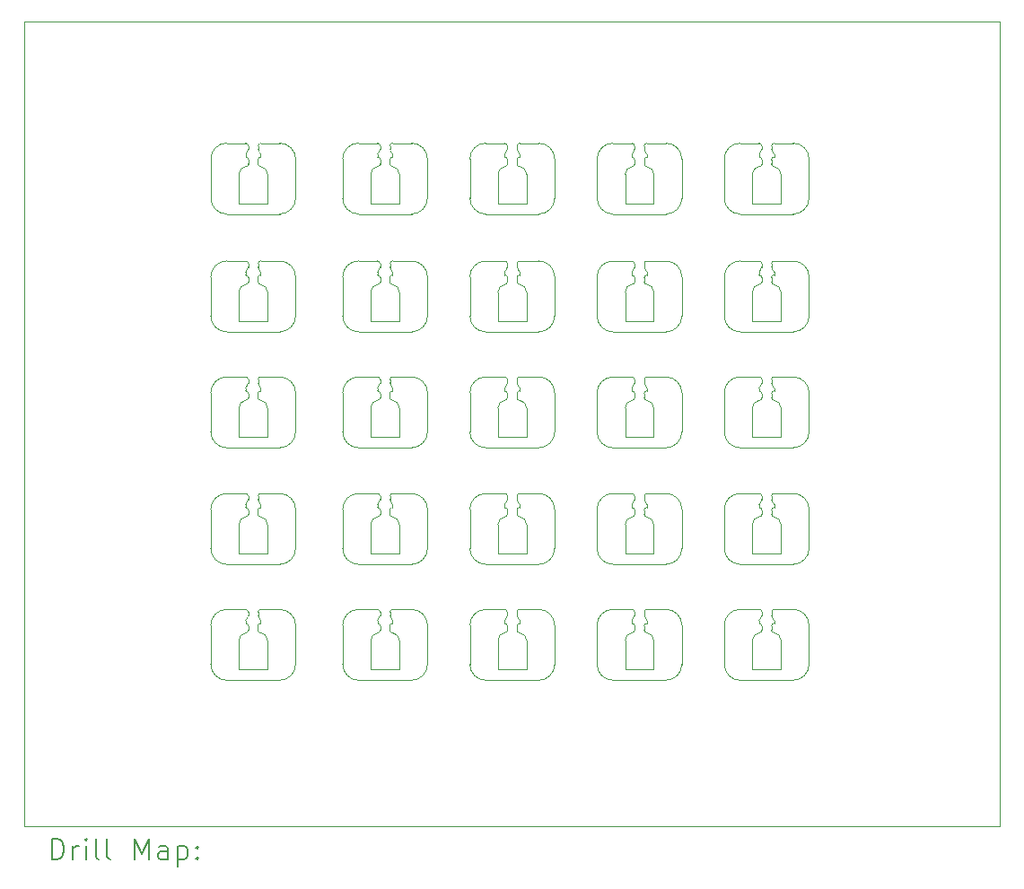
<source format=gbr>
%FSLAX45Y45*%
G04 Gerber Fmt 4.5, Leading zero omitted, Abs format (unit mm)*
G04 Created by KiCad (PCBNEW (6.0.0)) date 2022-01-23 05:48:25*
%MOMM*%
%LPD*%
G01*
G04 APERTURE LIST*
%TA.AperFunction,Profile*%
%ADD10C,0.050000*%
%TD*%
%ADD11C,0.200000*%
G04 APERTURE END LIST*
D10*
X18365000Y-6291848D02*
X18365000Y-6331508D01*
X18570000Y-6803934D02*
G75*
G03*
X18720000Y-6653934I0J150000D01*
G01*
X19460606Y-6221212D02*
G75*
G03*
X19473337Y-6193021I-17808J25012D01*
G01*
X18070000Y-6803934D02*
X18570000Y-6803934D01*
X20470000Y-6803934D02*
X20970000Y-6803934D01*
X19450355Y-6356152D02*
G75*
G03*
X19475000Y-6331508I0J24645D01*
G01*
X20790606Y-6240000D02*
G75*
G03*
X20778995Y-6221212I-21005J0D01*
G01*
X20673337Y-6160000D02*
G75*
G03*
X20648000Y-6135000I-25002J0D01*
G01*
X19770000Y-6803934D02*
G75*
G03*
X19920000Y-6653934I0J150000D01*
G01*
X17190606Y-6267203D02*
X17190606Y-6240000D01*
X20320000Y-6285000D02*
X20320000Y-6653934D01*
X18185000Y-6428726D02*
X18185000Y-6703934D01*
X18248000Y-6135000D02*
X18070000Y-6135000D01*
X17190606Y-6240000D02*
G75*
G03*
X17178995Y-6221212I-21005J0D01*
G01*
X18275000Y-6331508D02*
X18275000Y-6291848D01*
X19448000Y-6135000D02*
X19270000Y-6135000D01*
X20660606Y-6221212D02*
G75*
G03*
X20648995Y-6240000I9394J-18788D01*
G01*
X18273337Y-6193021D02*
X18273337Y-6160000D01*
X18365000Y-6331508D02*
G75*
G03*
X18389645Y-6356152I24645J0D01*
G01*
X20585000Y-6428726D02*
X20585000Y-6703934D01*
X19566265Y-6193021D02*
G75*
G03*
X19578995Y-6221212I30538J-3180D01*
G01*
X20675000Y-6291848D02*
G75*
G03*
X20648995Y-6267203I-24680J0D01*
G01*
X20855000Y-6703934D02*
X20855000Y-6428726D01*
X20792000Y-6135000D02*
G75*
G03*
X20766265Y-6160000I-1046J-24670D01*
G01*
X20470000Y-6135000D02*
G75*
G03*
X20320000Y-6285000I0J-150000D01*
G01*
X19565000Y-6291848D02*
X19565000Y-6331508D01*
X18250355Y-6356152D02*
G75*
G03*
X18275000Y-6331508I0J24645D01*
G01*
X19566265Y-6160000D02*
X19566265Y-6193021D01*
X20766265Y-6160000D02*
X20766265Y-6193021D01*
X18273337Y-6160000D02*
G75*
G03*
X18248000Y-6135000I-25002J0D01*
G01*
X20791005Y-6267203D02*
G75*
G03*
X20765000Y-6291848I-1325J-24645D01*
G01*
X20673337Y-6193021D02*
X20673337Y-6160000D01*
X20790606Y-6267203D02*
X20790606Y-6240000D01*
X20675000Y-6331508D02*
X20675000Y-6291848D01*
X19592000Y-6135000D02*
G75*
G03*
X19566265Y-6160000I-1046J-24670D01*
G01*
X21120000Y-6285000D02*
G75*
G03*
X20970000Y-6135000I-150000J0D01*
G01*
X19270000Y-6803934D02*
X19770000Y-6803934D01*
X19120000Y-6285000D02*
X19120000Y-6653934D01*
X20765000Y-6331508D02*
G75*
G03*
X20789645Y-6356152I24645J0D01*
G01*
X19475000Y-6291848D02*
G75*
G03*
X19448995Y-6267203I-24680J0D01*
G01*
X20650355Y-6356152D02*
G75*
G03*
X20585000Y-6428726I7617J-72573D01*
G01*
X19920000Y-6285000D02*
G75*
G03*
X19770000Y-6135000I-150000J0D01*
G01*
X20970000Y-6803934D02*
G75*
G03*
X21120000Y-6653934I0J150000D01*
G01*
X19460606Y-6221212D02*
G75*
G03*
X19448995Y-6240000I9394J-18788D01*
G01*
X19450355Y-6356152D02*
G75*
G03*
X19385000Y-6428726I7617J-72573D01*
G01*
X18390606Y-6267203D02*
X18390606Y-6240000D01*
X18390606Y-6240000D02*
G75*
G03*
X18378995Y-6221212I-21005J0D01*
G01*
X19270000Y-6135000D02*
G75*
G03*
X19120000Y-6285000I0J-150000D01*
G01*
X18260606Y-6221212D02*
G75*
G03*
X18248995Y-6240000I9394J-18788D01*
G01*
X18455000Y-6703934D02*
X18455000Y-6428726D01*
X17050355Y-6356152D02*
G75*
G03*
X16985000Y-6428726I7617J-72573D01*
G01*
X18070000Y-6135000D02*
G75*
G03*
X17920000Y-6285000I0J-150000D01*
G01*
X19475000Y-6331508D02*
X19475000Y-6291848D01*
X20585000Y-6703934D02*
X20855000Y-6703934D01*
X20855000Y-6428726D02*
G75*
G03*
X20789645Y-6356152I-72973J0D01*
G01*
X18391005Y-6267203D02*
G75*
G03*
X18365000Y-6291848I-1325J-24645D01*
G01*
X15831066Y-6291848D02*
G75*
G03*
X15805061Y-6267203I-24680J0D01*
G01*
X20648995Y-6240000D02*
X20648995Y-6267203D01*
X20320000Y-6653934D02*
G75*
G03*
X20470000Y-6803934I150000J0D01*
G01*
X18366265Y-6160000D02*
X18366265Y-6193021D01*
X15804066Y-6135000D02*
X15626066Y-6135000D01*
X17520000Y-6285000D02*
G75*
G03*
X17370000Y-6135000I-150000J0D01*
G01*
X15816672Y-6221212D02*
G75*
G03*
X15829403Y-6193021I-17808J25012D01*
G01*
X19448995Y-6240000D02*
X19448995Y-6267203D01*
X16985000Y-6703934D02*
X17255000Y-6703934D01*
X15921066Y-6291848D02*
X15921066Y-6331508D01*
X17520000Y-6653934D02*
X17520000Y-6285000D01*
X19590606Y-6267203D02*
X19590606Y-6240000D01*
X18260606Y-6221212D02*
G75*
G03*
X18273337Y-6193021I-17808J25012D01*
G01*
X17255000Y-6703934D02*
X17255000Y-6428726D01*
X16720000Y-6653934D02*
G75*
G03*
X16870000Y-6803934I150000J0D01*
G01*
X18570000Y-6135000D02*
X18392000Y-6135000D01*
X19770000Y-6135000D02*
X19592000Y-6135000D01*
X17255000Y-6428726D02*
G75*
G03*
X17189645Y-6356152I-72973J0D01*
G01*
X20648000Y-6135000D02*
X20470000Y-6135000D01*
X18720000Y-6653934D02*
X18720000Y-6285000D01*
X15946672Y-6240000D02*
G75*
G03*
X15935061Y-6221212I-21005J0D01*
G01*
X15816672Y-6221212D02*
G75*
G03*
X15805061Y-6240000I9394J-18788D01*
G01*
X17050355Y-6356152D02*
G75*
G03*
X17075000Y-6331508I0J24645D01*
G01*
X15922330Y-6160000D02*
X15922330Y-6193021D01*
X17075000Y-6291848D02*
G75*
G03*
X17048995Y-6267203I-24680J0D01*
G01*
X18720000Y-6285000D02*
G75*
G03*
X18570000Y-6135000I-150000J0D01*
G01*
X18185000Y-6703934D02*
X18455000Y-6703934D01*
X19473337Y-6160000D02*
G75*
G03*
X19448000Y-6135000I-25002J0D01*
G01*
X19590606Y-6240000D02*
G75*
G03*
X19578995Y-6221212I-21005J0D01*
G01*
X19473337Y-6193021D02*
X19473337Y-6160000D01*
X15626066Y-6135000D02*
G75*
G03*
X15476066Y-6285000I0J-150000D01*
G01*
X19120000Y-6653934D02*
G75*
G03*
X19270000Y-6803934I150000J0D01*
G01*
X16870000Y-6803934D02*
X17370000Y-6803934D01*
X20650355Y-6356152D02*
G75*
G03*
X20675000Y-6331508I0J24645D01*
G01*
X20765000Y-6291848D02*
X20765000Y-6331508D01*
X17920000Y-6285000D02*
X17920000Y-6653934D01*
X17073337Y-6193021D02*
X17073337Y-6160000D01*
X16011066Y-6703934D02*
X16011066Y-6428726D01*
X15806421Y-6356152D02*
G75*
G03*
X15831066Y-6331508I0J24645D01*
G01*
X20766265Y-6193021D02*
G75*
G03*
X20778995Y-6221212I30538J-3180D01*
G01*
X21120000Y-6653934D02*
X21120000Y-6285000D01*
X17920000Y-6653934D02*
G75*
G03*
X18070000Y-6803934I150000J0D01*
G01*
X19385000Y-6703934D02*
X19655000Y-6703934D01*
X17166265Y-6193021D02*
G75*
G03*
X17178995Y-6221212I30538J-3180D01*
G01*
X19385000Y-6428726D02*
X19385000Y-6703934D01*
X15829403Y-6160000D02*
G75*
G03*
X15804066Y-6135000I-25002J0D01*
G01*
X16720000Y-6285000D02*
X16720000Y-6653934D01*
X18366265Y-6193021D02*
G75*
G03*
X18378995Y-6221212I30538J-3180D01*
G01*
X15476066Y-6653934D02*
G75*
G03*
X15626066Y-6803934I150000J0D01*
G01*
X17048000Y-6135000D02*
X16870000Y-6135000D01*
X15948066Y-6135000D02*
G75*
G03*
X15922330Y-6160000I-1046J-24670D01*
G01*
X19655000Y-6703934D02*
X19655000Y-6428726D01*
X17048995Y-6240000D02*
X17048995Y-6267203D01*
X20970000Y-6135000D02*
X20792000Y-6135000D01*
X19655000Y-6428726D02*
G75*
G03*
X19589645Y-6356152I-72973J0D01*
G01*
X20660606Y-6221212D02*
G75*
G03*
X20673337Y-6193021I-17808J25012D01*
G01*
X16011066Y-6428726D02*
G75*
G03*
X15945711Y-6356152I-72973J0D01*
G01*
X15831066Y-6331508D02*
X15831066Y-6291848D01*
X16276066Y-6653934D02*
X16276066Y-6285000D01*
X15921066Y-6331508D02*
G75*
G03*
X15945711Y-6356152I24645J0D01*
G01*
X17166265Y-6160000D02*
X17166265Y-6193021D01*
X17370000Y-6803934D02*
G75*
G03*
X17520000Y-6653934I0J150000D01*
G01*
X18275000Y-6291848D02*
G75*
G03*
X18248995Y-6267203I-24680J0D01*
G01*
X18455000Y-6428726D02*
G75*
G03*
X18389645Y-6356152I-72973J0D01*
G01*
X17191005Y-6267203D02*
G75*
G03*
X17165000Y-6291848I-1325J-24645D01*
G01*
X15805061Y-6240000D02*
X15805061Y-6267203D01*
X15829403Y-6193021D02*
X15829403Y-6160000D01*
X18392000Y-6135000D02*
G75*
G03*
X18366265Y-6160000I-1046J-24670D01*
G01*
X15947071Y-6267203D02*
G75*
G03*
X15921066Y-6291848I-1325J-24645D01*
G01*
X17075000Y-6331508D02*
X17075000Y-6291848D01*
X17073337Y-6160000D02*
G75*
G03*
X17048000Y-6135000I-25002J0D01*
G01*
X15626066Y-6803934D02*
X16126066Y-6803934D01*
X16126066Y-6135000D02*
X15948066Y-6135000D01*
X17370000Y-6135000D02*
X17192000Y-6135000D01*
X17192000Y-6135000D02*
G75*
G03*
X17166265Y-6160000I-1046J-24670D01*
G01*
X19591005Y-6267203D02*
G75*
G03*
X19565000Y-6291848I-1325J-24645D01*
G01*
X15476066Y-6285000D02*
X15476066Y-6653934D01*
X19565000Y-6331508D02*
G75*
G03*
X19589645Y-6356152I24645J0D01*
G01*
X16870000Y-6135000D02*
G75*
G03*
X16720000Y-6285000I0J-150000D01*
G01*
X15922330Y-6193021D02*
G75*
G03*
X15935061Y-6221212I30538J-3180D01*
G01*
X18248995Y-6240000D02*
X18248995Y-6267203D01*
X15741066Y-6703934D02*
X16011066Y-6703934D01*
X17060606Y-6221212D02*
G75*
G03*
X17048995Y-6240000I9394J-18788D01*
G01*
X18250355Y-6356152D02*
G75*
G03*
X18185000Y-6428726I7617J-72573D01*
G01*
X16276066Y-6285000D02*
G75*
G03*
X16126066Y-6135000I-150000J0D01*
G01*
X15806421Y-6356152D02*
G75*
G03*
X15741066Y-6428726I7617J-72573D01*
G01*
X16126066Y-6803934D02*
G75*
G03*
X16276066Y-6653934I0J150000D01*
G01*
X19920000Y-6653934D02*
X19920000Y-6285000D01*
X15946672Y-6267203D02*
X15946672Y-6240000D01*
X17165000Y-6291848D02*
X17165000Y-6331508D01*
X16985000Y-6428726D02*
X16985000Y-6703934D01*
X15741066Y-6428726D02*
X15741066Y-6703934D01*
X17165000Y-6331508D02*
G75*
G03*
X17189645Y-6356152I24645J0D01*
G01*
X17060606Y-6221212D02*
G75*
G03*
X17073337Y-6193021I-17808J25012D01*
G01*
X20792000Y-7247132D02*
G75*
G03*
X20766265Y-7272132I-1046J-24670D01*
G01*
X20790606Y-7352132D02*
G75*
G03*
X20778995Y-7333345I-21005J0D01*
G01*
X19592000Y-7247132D02*
G75*
G03*
X19566265Y-7272132I-1046J-24670D01*
G01*
X20673337Y-7272132D02*
G75*
G03*
X20648000Y-7247132I-25002J0D01*
G01*
X20585000Y-7540858D02*
X20585000Y-7816066D01*
X20766265Y-7272132D02*
X20766265Y-7305153D01*
X20675000Y-7443640D02*
X20675000Y-7403980D01*
X20673337Y-7305153D02*
X20673337Y-7272132D01*
X20791005Y-7379335D02*
G75*
G03*
X20765000Y-7403980I-1325J-24645D01*
G01*
X20470000Y-7916066D02*
X20970000Y-7916066D01*
X20320000Y-7397132D02*
X20320000Y-7766066D01*
X20790606Y-7379335D02*
X20790606Y-7352132D01*
X21120000Y-7397132D02*
G75*
G03*
X20970000Y-7247132I-150000J0D01*
G01*
X19270000Y-7247132D02*
G75*
G03*
X19120000Y-7397132I0J-150000D01*
G01*
X19460606Y-7333345D02*
G75*
G03*
X19448995Y-7352132I9394J-18788D01*
G01*
X18248000Y-7247132D02*
X18070000Y-7247132D01*
X20765000Y-7443640D02*
G75*
G03*
X20789645Y-7468284I24645J0D01*
G01*
X19450355Y-7468284D02*
G75*
G03*
X19475000Y-7443640I0J24645D01*
G01*
X19120000Y-7397132D02*
X19120000Y-7766066D01*
X19270000Y-7916066D02*
X19770000Y-7916066D01*
X18365000Y-7403980D02*
X18365000Y-7443640D01*
X18070000Y-7916066D02*
X18570000Y-7916066D01*
X18273337Y-7272132D02*
G75*
G03*
X18248000Y-7247132I-25002J0D01*
G01*
X18185000Y-7540858D02*
X18185000Y-7816066D01*
X19450355Y-7468284D02*
G75*
G03*
X19385000Y-7540858I7617J-72573D01*
G01*
X19475000Y-7403980D02*
G75*
G03*
X19448995Y-7379335I-24680J0D01*
G01*
X18390606Y-7352132D02*
G75*
G03*
X18378995Y-7333345I-21005J0D01*
G01*
X18570000Y-7916066D02*
G75*
G03*
X18720000Y-7766066I0J150000D01*
G01*
X17190606Y-7352132D02*
G75*
G03*
X17178995Y-7333345I-21005J0D01*
G01*
X18275000Y-7443640D02*
X18275000Y-7403980D01*
X19920000Y-7397132D02*
G75*
G03*
X19770000Y-7247132I-150000J0D01*
G01*
X19770000Y-7916066D02*
G75*
G03*
X19920000Y-7766066I0J150000D01*
G01*
X18390606Y-7379335D02*
X18390606Y-7352132D01*
X20970000Y-7916066D02*
G75*
G03*
X21120000Y-7766066I0J150000D01*
G01*
X20470000Y-7247132D02*
G75*
G03*
X20320000Y-7397132I0J-150000D01*
G01*
X20650355Y-7468284D02*
G75*
G03*
X20585000Y-7540858I7617J-72573D01*
G01*
X19460606Y-7333345D02*
G75*
G03*
X19473337Y-7305153I-17808J25012D01*
G01*
X17190606Y-7379335D02*
X17190606Y-7352132D01*
X20675000Y-7403980D02*
G75*
G03*
X20648995Y-7379335I-24680J0D01*
G01*
X20660606Y-7333345D02*
G75*
G03*
X20648995Y-7352132I9394J-18788D01*
G01*
X19566265Y-7272132D02*
X19566265Y-7305153D01*
X20855000Y-7816066D02*
X20855000Y-7540858D01*
X18273337Y-7305153D02*
X18273337Y-7272132D01*
X18365000Y-7443640D02*
G75*
G03*
X18389645Y-7468284I24645J0D01*
G01*
X19448000Y-7247132D02*
X19270000Y-7247132D01*
X18250355Y-7468284D02*
G75*
G03*
X18275000Y-7443640I0J24645D01*
G01*
X19565000Y-7403980D02*
X19565000Y-7443640D01*
X19566265Y-7305153D02*
G75*
G03*
X19578995Y-7333345I30538J-3180D01*
G01*
X19655000Y-7816066D02*
X19655000Y-7540858D01*
X20660606Y-7333345D02*
G75*
G03*
X20673337Y-7305153I-17808J25012D01*
G01*
X18455000Y-7816066D02*
X18455000Y-7540858D01*
X20766265Y-7305153D02*
G75*
G03*
X20778995Y-7333345I30538J-3180D01*
G01*
X19475000Y-7443640D02*
X19475000Y-7403980D01*
X20585000Y-7816066D02*
X20855000Y-7816066D01*
X20855000Y-7540858D02*
G75*
G03*
X20789645Y-7468284I-72973J0D01*
G01*
X20648995Y-7352132D02*
X20648995Y-7379335D01*
X19473337Y-7272132D02*
G75*
G03*
X19448000Y-7247132I-25002J0D01*
G01*
X18260606Y-7333345D02*
G75*
G03*
X18273337Y-7305153I-17808J25012D01*
G01*
X19590606Y-7379335D02*
X19590606Y-7352132D01*
X20650355Y-7468284D02*
G75*
G03*
X20675000Y-7443640I0J24645D01*
G01*
X19473337Y-7305153D02*
X19473337Y-7272132D01*
X20320000Y-7766066D02*
G75*
G03*
X20470000Y-7916066I150000J0D01*
G01*
X18570000Y-7247132D02*
X18392000Y-7247132D01*
X20765000Y-7403980D02*
X20765000Y-7443640D01*
X19655000Y-7540858D02*
G75*
G03*
X19589645Y-7468284I-72973J0D01*
G01*
X21120000Y-7766066D02*
X21120000Y-7397132D01*
X19590606Y-7352132D02*
G75*
G03*
X19578995Y-7333345I-21005J0D01*
G01*
X17920000Y-7766066D02*
G75*
G03*
X18070000Y-7916066I150000J0D01*
G01*
X18070000Y-7247132D02*
G75*
G03*
X17920000Y-7397132I0J-150000D01*
G01*
X19770000Y-7247132D02*
X19592000Y-7247132D01*
X17920000Y-7397132D02*
X17920000Y-7766066D01*
X18391005Y-7379335D02*
G75*
G03*
X18365000Y-7403980I-1325J-24645D01*
G01*
X17166265Y-7305153D02*
G75*
G03*
X17178995Y-7333345I30538J-3180D01*
G01*
X18720000Y-7766066D02*
X18720000Y-7397132D01*
X19120000Y-7766066D02*
G75*
G03*
X19270000Y-7916066I150000J0D01*
G01*
X18366265Y-7272132D02*
X18366265Y-7305153D01*
X19385000Y-7816066D02*
X19655000Y-7816066D01*
X20970000Y-7247132D02*
X20792000Y-7247132D01*
X20648000Y-7247132D02*
X20470000Y-7247132D01*
X18366265Y-7305153D02*
G75*
G03*
X18378995Y-7333345I30538J-3180D01*
G01*
X15831066Y-7403980D02*
G75*
G03*
X15805061Y-7379335I-24680J0D01*
G01*
X17073337Y-7305153D02*
X17073337Y-7272132D01*
X19448995Y-7352132D02*
X19448995Y-7379335D01*
X16720000Y-7766066D02*
G75*
G03*
X16870000Y-7916066I150000J0D01*
G01*
X15626066Y-7247132D02*
G75*
G03*
X15476066Y-7397132I0J-150000D01*
G01*
X15921066Y-7403980D02*
X15921066Y-7443640D01*
X17255000Y-7540858D02*
G75*
G03*
X17189645Y-7468284I-72973J0D01*
G01*
X15946672Y-7352132D02*
G75*
G03*
X15935061Y-7333345I-21005J0D01*
G01*
X18720000Y-7397132D02*
G75*
G03*
X18570000Y-7247132I-150000J0D01*
G01*
X19385000Y-7540858D02*
X19385000Y-7816066D01*
X17048000Y-7247132D02*
X16870000Y-7247132D01*
X18260606Y-7333345D02*
G75*
G03*
X18248995Y-7352132I9394J-18788D01*
G01*
X18185000Y-7816066D02*
X18455000Y-7816066D01*
X17520000Y-7766066D02*
X17520000Y-7397132D01*
X15816672Y-7333345D02*
G75*
G03*
X15829403Y-7305153I-17808J25012D01*
G01*
X16870000Y-7916066D02*
X17370000Y-7916066D01*
X15816672Y-7333345D02*
G75*
G03*
X15805061Y-7352132I9394J-18788D01*
G01*
X17050355Y-7468284D02*
G75*
G03*
X16985000Y-7540858I7617J-72573D01*
G01*
X16011066Y-7816066D02*
X16011066Y-7540858D01*
X17050355Y-7468284D02*
G75*
G03*
X17075000Y-7443640I0J24645D01*
G01*
X16985000Y-7816066D02*
X17255000Y-7816066D01*
X17075000Y-7403980D02*
G75*
G03*
X17048995Y-7379335I-24680J0D01*
G01*
X15804066Y-7247132D02*
X15626066Y-7247132D01*
X16720000Y-7397132D02*
X16720000Y-7766066D01*
X15948066Y-7247132D02*
G75*
G03*
X15922330Y-7272132I-1046J-24670D01*
G01*
X15806421Y-7468284D02*
G75*
G03*
X15831066Y-7443640I0J24645D01*
G01*
X15476066Y-7766066D02*
G75*
G03*
X15626066Y-7916066I150000J0D01*
G01*
X17048995Y-7352132D02*
X17048995Y-7379335D01*
X17520000Y-7397132D02*
G75*
G03*
X17370000Y-7247132I-150000J0D01*
G01*
X15829403Y-7272132D02*
G75*
G03*
X15804066Y-7247132I-25002J0D01*
G01*
X17255000Y-7816066D02*
X17255000Y-7540858D01*
X15922330Y-7272132D02*
X15922330Y-7305153D01*
X17192000Y-7247132D02*
G75*
G03*
X17166265Y-7272132I-1046J-24670D01*
G01*
X19591005Y-7379335D02*
G75*
G03*
X19565000Y-7403980I-1325J-24645D01*
G01*
X15476066Y-7397132D02*
X15476066Y-7766066D01*
X19565000Y-7443640D02*
G75*
G03*
X19589645Y-7468284I24645J0D01*
G01*
X16870000Y-7247132D02*
G75*
G03*
X16720000Y-7397132I0J-150000D01*
G01*
X17370000Y-7247132D02*
X17192000Y-7247132D01*
X15922330Y-7305153D02*
G75*
G03*
X15935061Y-7333345I30538J-3180D01*
G01*
X18248995Y-7352132D02*
X18248995Y-7379335D01*
X17060606Y-7333345D02*
G75*
G03*
X17048995Y-7352132I9394J-18788D01*
G01*
X18250355Y-7468284D02*
G75*
G03*
X18185000Y-7540858I7617J-72573D01*
G01*
X15806421Y-7468284D02*
G75*
G03*
X15741066Y-7540858I7617J-72573D01*
G01*
X15741066Y-7816066D02*
X16011066Y-7816066D01*
X16985000Y-7540858D02*
X16985000Y-7816066D01*
X17060606Y-7333345D02*
G75*
G03*
X17073337Y-7305153I-17808J25012D01*
G01*
X19920000Y-7766066D02*
X19920000Y-7397132D01*
X18275000Y-7403980D02*
G75*
G03*
X18248995Y-7379335I-24680J0D01*
G01*
X17166265Y-7272132D02*
X17166265Y-7305153D01*
X17191005Y-7379335D02*
G75*
G03*
X17165000Y-7403980I-1325J-24645D01*
G01*
X18392000Y-7247132D02*
G75*
G03*
X18366265Y-7272132I-1046J-24670D01*
G01*
X18455000Y-7540858D02*
G75*
G03*
X18389645Y-7468284I-72973J0D01*
G01*
X17165000Y-7443640D02*
G75*
G03*
X17189645Y-7468284I24645J0D01*
G01*
X17370000Y-7916066D02*
G75*
G03*
X17520000Y-7766066I0J150000D01*
G01*
X17075000Y-7443640D02*
X17075000Y-7403980D01*
X17073337Y-7272132D02*
G75*
G03*
X17048000Y-7247132I-25002J0D01*
G01*
X15946672Y-7379335D02*
X15946672Y-7352132D01*
X15829403Y-7305153D02*
X15829403Y-7272132D01*
X15741066Y-7540858D02*
X15741066Y-7816066D01*
X17165000Y-7403980D02*
X17165000Y-7443640D01*
X15626066Y-7916066D02*
X16126066Y-7916066D01*
X16276066Y-7397132D02*
G75*
G03*
X16126066Y-7247132I-150000J0D01*
G01*
X15947071Y-7379335D02*
G75*
G03*
X15921066Y-7403980I-1325J-24645D01*
G01*
X16126066Y-7916066D02*
G75*
G03*
X16276066Y-7766066I0J150000D01*
G01*
X15805061Y-7352132D02*
X15805061Y-7379335D01*
X19270000Y-8341066D02*
G75*
G03*
X19120000Y-8491066I0J-150000D01*
G01*
X19592000Y-8341066D02*
G75*
G03*
X19566264Y-8366066I-1046J-24670D01*
G01*
X19460606Y-8427279D02*
G75*
G03*
X19448995Y-8446066I9394J-18788D01*
G01*
X20790606Y-8446066D02*
G75*
G03*
X20778995Y-8427279I-21005J0D01*
G01*
X20673337Y-8399087D02*
X20673337Y-8366066D01*
X20470000Y-9010000D02*
X20970000Y-9010000D01*
X20585000Y-8634792D02*
X20585000Y-8910000D01*
X20791005Y-8473269D02*
G75*
G03*
X20765000Y-8497914I-1325J-24645D01*
G01*
X21120000Y-8491066D02*
G75*
G03*
X20970000Y-8341066I-150000J0D01*
G01*
X20675000Y-8537574D02*
X20675000Y-8497914D01*
X20766264Y-8366066D02*
X20766264Y-8399087D01*
X20673337Y-8366066D02*
G75*
G03*
X20648000Y-8341066I-25002J0D01*
G01*
X20792000Y-8341066D02*
G75*
G03*
X20766264Y-8366066I-1046J-24670D01*
G01*
X20790606Y-8473269D02*
X20790606Y-8446066D01*
X20320000Y-8491066D02*
X20320000Y-8860000D01*
X20470000Y-8341066D02*
G75*
G03*
X20320000Y-8491066I0J-150000D01*
G01*
X16126066Y-7247132D02*
X15948066Y-7247132D01*
X15921066Y-7443640D02*
G75*
G03*
X15945711Y-7468284I24645J0D01*
G01*
X20650355Y-8562218D02*
G75*
G03*
X20585000Y-8634792I7617J-72573D01*
G01*
X20766264Y-8399087D02*
G75*
G03*
X20778995Y-8427279I30538J-3180D01*
G01*
X20585000Y-8910000D02*
X20855000Y-8910000D01*
X20675000Y-8497914D02*
G75*
G03*
X20648995Y-8473269I-24680J0D01*
G01*
X20855000Y-8634792D02*
G75*
G03*
X20789645Y-8562218I-72973J0D01*
G01*
X20648995Y-8446066D02*
X20648995Y-8473269D01*
X20660606Y-8427279D02*
G75*
G03*
X20648995Y-8446066I9394J-18788D01*
G01*
X19473337Y-8366066D02*
G75*
G03*
X19448000Y-8341066I-25002J0D01*
G01*
X19590606Y-8473269D02*
X19590606Y-8446066D01*
X16276066Y-7766066D02*
X16276066Y-7397132D01*
X20650355Y-8562218D02*
G75*
G03*
X20675000Y-8537574I0J24645D01*
G01*
X20320000Y-8860000D02*
G75*
G03*
X20470000Y-9010000I150000J0D01*
G01*
X19566264Y-8366066D02*
X19566264Y-8399087D01*
X19566264Y-8399087D02*
G75*
G03*
X19578995Y-8427279I30538J-3180D01*
G01*
X19590606Y-8446066D02*
G75*
G03*
X19578995Y-8427279I-21005J0D01*
G01*
X20970000Y-8341066D02*
X20792000Y-8341066D01*
X20855000Y-8910000D02*
X20855000Y-8634792D01*
X20765000Y-8497914D02*
X20765000Y-8537574D01*
X20648000Y-8341066D02*
X20470000Y-8341066D01*
X20970000Y-9010000D02*
G75*
G03*
X21120000Y-8860000I0J150000D01*
G01*
X21120000Y-8860000D02*
X21120000Y-8491066D01*
X20765000Y-8537574D02*
G75*
G03*
X20789645Y-8562218I24645J0D01*
G01*
X19473337Y-8399087D02*
X19473337Y-8366066D01*
X20660606Y-8427279D02*
G75*
G03*
X20673337Y-8399087I-17808J25012D01*
G01*
X16011066Y-7540858D02*
G75*
G03*
X15945711Y-7468284I-72973J0D01*
G01*
X15831066Y-7443640D02*
X15831066Y-7403980D01*
X18365000Y-8537574D02*
G75*
G03*
X18389645Y-8562218I24645J0D01*
G01*
X19450355Y-8562218D02*
G75*
G03*
X19475000Y-8537574I0J24645D01*
G01*
X19120000Y-8491066D02*
X19120000Y-8860000D01*
X17920000Y-8860000D02*
G75*
G03*
X18070000Y-9010000I150000J0D01*
G01*
X19475000Y-8537574D02*
X19475000Y-8497914D01*
X19385000Y-8910000D02*
X19655000Y-8910000D01*
X19270000Y-9010000D02*
X19770000Y-9010000D01*
X18365000Y-8497914D02*
X18365000Y-8537574D01*
X18070000Y-9010000D02*
X18570000Y-9010000D01*
X19655000Y-8634792D02*
G75*
G03*
X19589645Y-8562218I-72973J0D01*
G01*
X18570000Y-8341066D02*
X18392000Y-8341066D01*
X18273337Y-8366066D02*
G75*
G03*
X18248000Y-8341066I-25002J0D01*
G01*
X18273337Y-8399087D02*
X18273337Y-8366066D01*
X18070000Y-8341066D02*
G75*
G03*
X17920000Y-8491066I0J-150000D01*
G01*
X19565000Y-8497914D02*
X19565000Y-8537574D01*
X19120000Y-8860000D02*
G75*
G03*
X19270000Y-9010000I150000J0D01*
G01*
X19770000Y-8341066D02*
X19592000Y-8341066D01*
X18185000Y-8634792D02*
X18185000Y-8910000D01*
X19450355Y-8562218D02*
G75*
G03*
X19385000Y-8634792I7617J-72573D01*
G01*
X19475000Y-8497914D02*
G75*
G03*
X19448995Y-8473269I-24680J0D01*
G01*
X19770000Y-9010000D02*
G75*
G03*
X19920000Y-8860000I0J150000D01*
G01*
X18390606Y-8446066D02*
G75*
G03*
X18378995Y-8427279I-21005J0D01*
G01*
X18260606Y-8427279D02*
G75*
G03*
X18273337Y-8399087I-17808J25012D01*
G01*
X17166264Y-8399087D02*
G75*
G03*
X17178995Y-8427279I30538J-3180D01*
G01*
X18248000Y-8341066D02*
X18070000Y-8341066D01*
X18391005Y-8473269D02*
G75*
G03*
X18365000Y-8497914I-1325J-24645D01*
G01*
X18570000Y-9010000D02*
G75*
G03*
X18720000Y-8860000I0J150000D01*
G01*
X18720000Y-8860000D02*
X18720000Y-8491066D01*
X17190606Y-8446066D02*
G75*
G03*
X17178995Y-8427279I-21005J0D01*
G01*
X18250355Y-8562218D02*
G75*
G03*
X18275000Y-8537574I0J24645D01*
G01*
X18455000Y-8910000D02*
X18455000Y-8634792D01*
X19460606Y-8427279D02*
G75*
G03*
X19473337Y-8399087I-17808J25012D01*
G01*
X19655000Y-8910000D02*
X19655000Y-8634792D01*
X17920000Y-8491066D02*
X17920000Y-8860000D01*
X19448000Y-8341066D02*
X19270000Y-8341066D01*
X17190606Y-8473269D02*
X17190606Y-8446066D01*
X18390606Y-8473269D02*
X18390606Y-8446066D01*
X18366264Y-8366066D02*
X18366264Y-8399087D01*
X18275000Y-8537574D02*
X18275000Y-8497914D01*
X19920000Y-8491066D02*
G75*
G03*
X19770000Y-8341066I-150000J0D01*
G01*
X17192000Y-8341066D02*
G75*
G03*
X17166264Y-8366066I-1046J-24670D01*
G01*
X19565000Y-8537574D02*
G75*
G03*
X19589645Y-8562218I24645J0D01*
G01*
X18248995Y-8446066D02*
X18248995Y-8473269D01*
X19920000Y-8860000D02*
X19920000Y-8491066D01*
X17166264Y-8366066D02*
X17166264Y-8399087D01*
X18366264Y-8399087D02*
G75*
G03*
X18378995Y-8427279I30538J-3180D01*
G01*
X17073337Y-8399087D02*
X17073337Y-8366066D01*
X18392000Y-8341066D02*
G75*
G03*
X18366264Y-8366066I-1046J-24670D01*
G01*
X17060606Y-8427279D02*
G75*
G03*
X17048995Y-8446066I9394J-18788D01*
G01*
X18250355Y-8562218D02*
G75*
G03*
X18185000Y-8634792I7617J-72573D01*
G01*
X18455000Y-8634792D02*
G75*
G03*
X18389645Y-8562218I-72973J0D01*
G01*
X19448995Y-8446066D02*
X19448995Y-8473269D01*
X18275000Y-8497914D02*
G75*
G03*
X18248995Y-8473269I-24680J0D01*
G01*
X18720000Y-8491066D02*
G75*
G03*
X18570000Y-8341066I-150000J0D01*
G01*
X19385000Y-8634792D02*
X19385000Y-8910000D01*
X19591005Y-8473269D02*
G75*
G03*
X19565000Y-8497914I-1325J-24645D01*
G01*
X18260606Y-8427279D02*
G75*
G03*
X18248995Y-8446066I9394J-18788D01*
G01*
X18185000Y-8910000D02*
X18455000Y-8910000D01*
X16870000Y-8341066D02*
G75*
G03*
X16720000Y-8491066I0J-150000D01*
G01*
X17073337Y-8366066D02*
G75*
G03*
X17048000Y-8341066I-25002J0D01*
G01*
X17048000Y-8341066D02*
X16870000Y-8341066D01*
X17050355Y-8562218D02*
G75*
G03*
X17075000Y-8537574I0J24645D01*
G01*
X17060606Y-8427279D02*
G75*
G03*
X17073337Y-8399087I-17808J25012D01*
G01*
X17520000Y-8860000D02*
X17520000Y-8491066D01*
X16985000Y-8910000D02*
X17255000Y-8910000D01*
X16985000Y-8634792D02*
X16985000Y-8910000D01*
X16870000Y-9010000D02*
X17370000Y-9010000D01*
X17165000Y-8497914D02*
X17165000Y-8537574D01*
X16720000Y-8860000D02*
G75*
G03*
X16870000Y-9010000I150000J0D01*
G01*
X17050355Y-8562218D02*
G75*
G03*
X16985000Y-8634792I7617J-72573D01*
G01*
X17075000Y-8497914D02*
G75*
G03*
X17048995Y-8473269I-24680J0D01*
G01*
X17191005Y-8473269D02*
G75*
G03*
X17165000Y-8497914I-1325J-24645D01*
G01*
X17370000Y-9010000D02*
G75*
G03*
X17520000Y-8860000I0J150000D01*
G01*
X17048995Y-8446066D02*
X17048995Y-8473269D01*
X17165000Y-8537574D02*
G75*
G03*
X17189645Y-8562218I24645J0D01*
G01*
X17255000Y-8634792D02*
G75*
G03*
X17189645Y-8562218I-72973J0D01*
G01*
X17075000Y-8537574D02*
X17075000Y-8497914D01*
X17255000Y-8910000D02*
X17255000Y-8634792D01*
X16720000Y-8491066D02*
X16720000Y-8860000D01*
X17520000Y-8491066D02*
G75*
G03*
X17370000Y-8341066I-150000J0D01*
G01*
X17370000Y-8341066D02*
X17192000Y-8341066D01*
X15922330Y-8366066D02*
X15922330Y-8399087D01*
X15922330Y-8399087D02*
G75*
G03*
X15935061Y-8427279I30538J-3180D01*
G01*
X15829403Y-8366066D02*
G75*
G03*
X15804066Y-8341066I-25002J0D01*
G01*
X15946672Y-8446066D02*
G75*
G03*
X15935061Y-8427279I-21005J0D01*
G01*
X15948066Y-8341066D02*
G75*
G03*
X15922330Y-8366066I-1046J-24670D01*
G01*
X15946672Y-8473269D02*
X15946672Y-8446066D01*
X15816672Y-8427279D02*
G75*
G03*
X15805061Y-8446066I9394J-18788D01*
G01*
X15829403Y-8399087D02*
X15829403Y-8366066D01*
X15626066Y-8341066D02*
G75*
G03*
X15476066Y-8491066I0J-150000D01*
G01*
X15806421Y-8562218D02*
G75*
G03*
X15831066Y-8537574I0J24645D01*
G01*
X15816672Y-8427279D02*
G75*
G03*
X15829403Y-8399087I-17808J25012D01*
G01*
X15741066Y-8634792D02*
X15741066Y-8910000D01*
X15921066Y-8497914D02*
X15921066Y-8537574D01*
X15476066Y-8860000D02*
G75*
G03*
X15626066Y-9010000I150000J0D01*
G01*
X15741066Y-8910000D02*
X16011066Y-8910000D01*
X16011066Y-8910000D02*
X16011066Y-8634792D01*
X15804066Y-8341066D02*
X15626066Y-8341066D01*
X15806421Y-8562218D02*
G75*
G03*
X15741066Y-8634792I7617J-72573D01*
G01*
X15831066Y-8497914D02*
G75*
G03*
X15805061Y-8473269I-24680J0D01*
G01*
X15476066Y-8491066D02*
X15476066Y-8860000D01*
X15626066Y-9010000D02*
X16126066Y-9010000D01*
X16276066Y-8491066D02*
G75*
G03*
X16126066Y-8341066I-150000J0D01*
G01*
X15947071Y-8473269D02*
G75*
G03*
X15921066Y-8497914I-1325J-24645D01*
G01*
X16126066Y-9010000D02*
G75*
G03*
X16276066Y-8860000I0J150000D01*
G01*
X16126066Y-8341066D02*
X15948066Y-8341066D01*
X15921066Y-8537574D02*
G75*
G03*
X15945711Y-8562218I24645J0D01*
G01*
X16011066Y-8634792D02*
G75*
G03*
X15945711Y-8562218I-72973J0D01*
G01*
X15831066Y-8537574D02*
X15831066Y-8497914D01*
X16276066Y-8860000D02*
X16276066Y-8491066D01*
X15805061Y-8446066D02*
X15805061Y-8473269D01*
X19270000Y-9441066D02*
G75*
G03*
X19120000Y-9591066I0J-150000D01*
G01*
X19592000Y-9441066D02*
G75*
G03*
X19566264Y-9466066I-1046J-24670D01*
G01*
X19460606Y-9527279D02*
G75*
G03*
X19448995Y-9546066I9394J-18788D01*
G01*
X20790606Y-9546066D02*
G75*
G03*
X20778995Y-9527279I-21005J0D01*
G01*
X20673337Y-9499087D02*
X20673337Y-9466066D01*
X20470000Y-10110000D02*
X20970000Y-10110000D01*
X20585000Y-9734792D02*
X20585000Y-10010000D01*
X20791005Y-9573269D02*
G75*
G03*
X20765000Y-9597914I-1325J-24645D01*
G01*
X21120000Y-9591066D02*
G75*
G03*
X20970000Y-9441066I-150000J0D01*
G01*
X20675000Y-9637574D02*
X20675000Y-9597914D01*
X20766264Y-9466066D02*
X20766264Y-9499087D01*
X20673337Y-9466066D02*
G75*
G03*
X20648000Y-9441066I-25002J0D01*
G01*
X20792000Y-9441066D02*
G75*
G03*
X20766264Y-9466066I-1046J-24670D01*
G01*
X20790606Y-9573269D02*
X20790606Y-9546066D01*
X20320000Y-9591066D02*
X20320000Y-9960000D01*
X20470000Y-9441066D02*
G75*
G03*
X20320000Y-9591066I0J-150000D01*
G01*
X20650355Y-9662218D02*
G75*
G03*
X20585000Y-9734792I7617J-72573D01*
G01*
X20766264Y-9499087D02*
G75*
G03*
X20778995Y-9527279I30538J-3180D01*
G01*
X20585000Y-10010000D02*
X20855000Y-10010000D01*
X20675000Y-9597914D02*
G75*
G03*
X20648995Y-9573269I-24680J0D01*
G01*
X20855000Y-9734792D02*
G75*
G03*
X20789645Y-9662218I-72973J0D01*
G01*
X20648995Y-9546066D02*
X20648995Y-9573269D01*
X20660606Y-9527279D02*
G75*
G03*
X20648995Y-9546066I9394J-18788D01*
G01*
X19473337Y-9466066D02*
G75*
G03*
X19448000Y-9441066I-25002J0D01*
G01*
X19590606Y-9573269D02*
X19590606Y-9546066D01*
X20650355Y-9662218D02*
G75*
G03*
X20675000Y-9637574I0J24645D01*
G01*
X20320000Y-9960000D02*
G75*
G03*
X20470000Y-10110000I150000J0D01*
G01*
X19566264Y-9466066D02*
X19566264Y-9499087D01*
X19566264Y-9499087D02*
G75*
G03*
X19578995Y-9527279I30538J-3180D01*
G01*
X19590606Y-9546066D02*
G75*
G03*
X19578995Y-9527279I-21005J0D01*
G01*
X20970000Y-9441066D02*
X20792000Y-9441066D01*
X20855000Y-10010000D02*
X20855000Y-9734792D01*
X20765000Y-9597914D02*
X20765000Y-9637574D01*
X20648000Y-9441066D02*
X20470000Y-9441066D01*
X20970000Y-10110000D02*
G75*
G03*
X21120000Y-9960000I0J150000D01*
G01*
X21120000Y-9960000D02*
X21120000Y-9591066D01*
X20765000Y-9637574D02*
G75*
G03*
X20789645Y-9662218I24645J0D01*
G01*
X19473337Y-9499087D02*
X19473337Y-9466066D01*
X20660606Y-9527279D02*
G75*
G03*
X20673337Y-9499087I-17808J25012D01*
G01*
X18365000Y-9637574D02*
G75*
G03*
X18389645Y-9662218I24645J0D01*
G01*
X19450355Y-9662218D02*
G75*
G03*
X19475000Y-9637574I0J24645D01*
G01*
X19120000Y-9591066D02*
X19120000Y-9960000D01*
X17920000Y-9960000D02*
G75*
G03*
X18070000Y-10110000I150000J0D01*
G01*
X19475000Y-9637574D02*
X19475000Y-9597914D01*
X19385000Y-10010000D02*
X19655000Y-10010000D01*
X19270000Y-10110000D02*
X19770000Y-10110000D01*
X18365000Y-9597914D02*
X18365000Y-9637574D01*
X18070000Y-10110000D02*
X18570000Y-10110000D01*
X19655000Y-9734792D02*
G75*
G03*
X19589645Y-9662218I-72973J0D01*
G01*
X18570000Y-9441066D02*
X18392000Y-9441066D01*
X18273337Y-9466066D02*
G75*
G03*
X18248000Y-9441066I-25002J0D01*
G01*
X18273337Y-9499087D02*
X18273337Y-9466066D01*
X18070000Y-9441066D02*
G75*
G03*
X17920000Y-9591066I0J-150000D01*
G01*
X19565000Y-9597914D02*
X19565000Y-9637574D01*
X19120000Y-9960000D02*
G75*
G03*
X19270000Y-10110000I150000J0D01*
G01*
X19770000Y-9441066D02*
X19592000Y-9441066D01*
X18185000Y-9734792D02*
X18185000Y-10010000D01*
X19450355Y-9662218D02*
G75*
G03*
X19385000Y-9734792I7617J-72573D01*
G01*
X19475000Y-9597914D02*
G75*
G03*
X19448995Y-9573269I-24680J0D01*
G01*
X19770000Y-10110000D02*
G75*
G03*
X19920000Y-9960000I0J150000D01*
G01*
X18390606Y-9546066D02*
G75*
G03*
X18378995Y-9527279I-21005J0D01*
G01*
X18260606Y-9527279D02*
G75*
G03*
X18273337Y-9499087I-17808J25012D01*
G01*
X17166264Y-9499087D02*
G75*
G03*
X17178995Y-9527279I30538J-3180D01*
G01*
X18248000Y-9441066D02*
X18070000Y-9441066D01*
X18391005Y-9573269D02*
G75*
G03*
X18365000Y-9597914I-1325J-24645D01*
G01*
X18570000Y-10110000D02*
G75*
G03*
X18720000Y-9960000I0J150000D01*
G01*
X18720000Y-9960000D02*
X18720000Y-9591066D01*
X17190606Y-9546066D02*
G75*
G03*
X17178995Y-9527279I-21005J0D01*
G01*
X18250355Y-9662218D02*
G75*
G03*
X18275000Y-9637574I0J24645D01*
G01*
X18455000Y-10010000D02*
X18455000Y-9734792D01*
X19460606Y-9527279D02*
G75*
G03*
X19473337Y-9499087I-17808J25012D01*
G01*
X19655000Y-10010000D02*
X19655000Y-9734792D01*
X17920000Y-9591066D02*
X17920000Y-9960000D01*
X19448000Y-9441066D02*
X19270000Y-9441066D01*
X17190606Y-9573269D02*
X17190606Y-9546066D01*
X18390606Y-9573269D02*
X18390606Y-9546066D01*
X18366264Y-9466066D02*
X18366264Y-9499087D01*
X18275000Y-9637574D02*
X18275000Y-9597914D01*
X19920000Y-9591066D02*
G75*
G03*
X19770000Y-9441066I-150000J0D01*
G01*
X17192000Y-9441066D02*
G75*
G03*
X17166264Y-9466066I-1046J-24670D01*
G01*
X19565000Y-9637574D02*
G75*
G03*
X19589645Y-9662218I24645J0D01*
G01*
X18248995Y-9546066D02*
X18248995Y-9573269D01*
X19920000Y-9960000D02*
X19920000Y-9591066D01*
X17166264Y-9466066D02*
X17166264Y-9499087D01*
X18366264Y-9499087D02*
G75*
G03*
X18378995Y-9527279I30538J-3180D01*
G01*
X17073337Y-9499087D02*
X17073337Y-9466066D01*
X18392000Y-9441066D02*
G75*
G03*
X18366264Y-9466066I-1046J-24670D01*
G01*
X17060606Y-9527279D02*
G75*
G03*
X17048995Y-9546066I9394J-18788D01*
G01*
X18250355Y-9662218D02*
G75*
G03*
X18185000Y-9734792I7617J-72573D01*
G01*
X18455000Y-9734792D02*
G75*
G03*
X18389645Y-9662218I-72973J0D01*
G01*
X19448995Y-9546066D02*
X19448995Y-9573269D01*
X18275000Y-9597914D02*
G75*
G03*
X18248995Y-9573269I-24680J0D01*
G01*
X18720000Y-9591066D02*
G75*
G03*
X18570000Y-9441066I-150000J0D01*
G01*
X19385000Y-9734792D02*
X19385000Y-10010000D01*
X19591005Y-9573269D02*
G75*
G03*
X19565000Y-9597914I-1325J-24645D01*
G01*
X18260606Y-9527279D02*
G75*
G03*
X18248995Y-9546066I9394J-18788D01*
G01*
X18185000Y-10010000D02*
X18455000Y-10010000D01*
X16870000Y-9441066D02*
G75*
G03*
X16720000Y-9591066I0J-150000D01*
G01*
X17073337Y-9466066D02*
G75*
G03*
X17048000Y-9441066I-25002J0D01*
G01*
X17048000Y-9441066D02*
X16870000Y-9441066D01*
X17050355Y-9662218D02*
G75*
G03*
X17075000Y-9637574I0J24645D01*
G01*
X17060606Y-9527279D02*
G75*
G03*
X17073337Y-9499087I-17808J25012D01*
G01*
X17520000Y-9960000D02*
X17520000Y-9591066D01*
X16985000Y-10010000D02*
X17255000Y-10010000D01*
X16985000Y-9734792D02*
X16985000Y-10010000D01*
X16870000Y-10110000D02*
X17370000Y-10110000D01*
X17165000Y-9597914D02*
X17165000Y-9637574D01*
X16720000Y-9960000D02*
G75*
G03*
X16870000Y-10110000I150000J0D01*
G01*
X17050355Y-9662218D02*
G75*
G03*
X16985000Y-9734792I7617J-72573D01*
G01*
X17075000Y-9597914D02*
G75*
G03*
X17048995Y-9573269I-24680J0D01*
G01*
X17191005Y-9573269D02*
G75*
G03*
X17165000Y-9597914I-1325J-24645D01*
G01*
X17370000Y-10110000D02*
G75*
G03*
X17520000Y-9960000I0J150000D01*
G01*
X17048995Y-9546066D02*
X17048995Y-9573269D01*
X17165000Y-9637574D02*
G75*
G03*
X17189645Y-9662218I24645J0D01*
G01*
X17255000Y-9734792D02*
G75*
G03*
X17189645Y-9662218I-72973J0D01*
G01*
X17075000Y-9637574D02*
X17075000Y-9597914D01*
X17255000Y-10010000D02*
X17255000Y-9734792D01*
X16720000Y-9591066D02*
X16720000Y-9960000D01*
X17520000Y-9591066D02*
G75*
G03*
X17370000Y-9441066I-150000J0D01*
G01*
X17370000Y-9441066D02*
X17192000Y-9441066D01*
X15922330Y-9466066D02*
X15922330Y-9499087D01*
X15922330Y-9499087D02*
G75*
G03*
X15935061Y-9527279I30538J-3180D01*
G01*
X15829403Y-9466066D02*
G75*
G03*
X15804066Y-9441066I-25002J0D01*
G01*
X15946672Y-9546066D02*
G75*
G03*
X15935061Y-9527279I-21005J0D01*
G01*
X15948066Y-9441066D02*
G75*
G03*
X15922330Y-9466066I-1046J-24670D01*
G01*
X15946672Y-9573269D02*
X15946672Y-9546066D01*
X15816672Y-9527279D02*
G75*
G03*
X15805061Y-9546066I9394J-18788D01*
G01*
X15829403Y-9499087D02*
X15829403Y-9466066D01*
X15626066Y-9441066D02*
G75*
G03*
X15476066Y-9591066I0J-150000D01*
G01*
X15806421Y-9662218D02*
G75*
G03*
X15831066Y-9637574I0J24645D01*
G01*
X15816672Y-9527279D02*
G75*
G03*
X15829403Y-9499087I-17808J25012D01*
G01*
X15741066Y-9734792D02*
X15741066Y-10010000D01*
X15921066Y-9597914D02*
X15921066Y-9637574D01*
X15476066Y-9960000D02*
G75*
G03*
X15626066Y-10110000I150000J0D01*
G01*
X15741066Y-10010000D02*
X16011066Y-10010000D01*
X16011066Y-10010000D02*
X16011066Y-9734792D01*
X15804066Y-9441066D02*
X15626066Y-9441066D01*
X15806421Y-9662218D02*
G75*
G03*
X15741066Y-9734792I7617J-72573D01*
G01*
X15831066Y-9597914D02*
G75*
G03*
X15805061Y-9573269I-24680J0D01*
G01*
X15476066Y-9591066D02*
X15476066Y-9960000D01*
X15626066Y-10110000D02*
X16126066Y-10110000D01*
X16276066Y-9591066D02*
G75*
G03*
X16126066Y-9441066I-150000J0D01*
G01*
X15947071Y-9573269D02*
G75*
G03*
X15921066Y-9597914I-1325J-24645D01*
G01*
X16126066Y-10110000D02*
G75*
G03*
X16276066Y-9960000I0J150000D01*
G01*
X16126066Y-9441066D02*
X15948066Y-9441066D01*
X15921066Y-9637574D02*
G75*
G03*
X15945711Y-9662218I24645J0D01*
G01*
X16011066Y-9734792D02*
G75*
G03*
X15945711Y-9662218I-72973J0D01*
G01*
X15831066Y-9637574D02*
X15831066Y-9597914D01*
X16276066Y-9960000D02*
X16276066Y-9591066D01*
X15805061Y-9546066D02*
X15805061Y-9573269D01*
X20766264Y-10560000D02*
X20766264Y-10593021D01*
X20766264Y-10593021D02*
G75*
G03*
X20778995Y-10621213I30538J-3180D01*
G01*
X20673337Y-10560000D02*
G75*
G03*
X20648000Y-10535000I-25002J0D01*
G01*
X20790606Y-10640000D02*
G75*
G03*
X20778995Y-10621213I-21005J0D01*
G01*
X20792000Y-10535000D02*
G75*
G03*
X20766264Y-10560000I-1046J-24670D01*
G01*
X20790606Y-10667203D02*
X20790606Y-10640000D01*
X20660606Y-10621213D02*
G75*
G03*
X20648995Y-10640000I9394J-18788D01*
G01*
X20673337Y-10593021D02*
X20673337Y-10560000D01*
X20470000Y-10535000D02*
G75*
G03*
X20320000Y-10685000I0J-150000D01*
G01*
X20650355Y-10756152D02*
G75*
G03*
X20675000Y-10731508I0J24645D01*
G01*
X20660606Y-10621213D02*
G75*
G03*
X20673337Y-10593021I-17808J25012D01*
G01*
X20585000Y-10828726D02*
X20585000Y-11103934D01*
X20765000Y-10691848D02*
X20765000Y-10731508D01*
X20320000Y-11053934D02*
G75*
G03*
X20470000Y-11203934I150000J0D01*
G01*
X20585000Y-11103934D02*
X20855000Y-11103934D01*
X20855000Y-11103934D02*
X20855000Y-10828726D01*
X20648000Y-10535000D02*
X20470000Y-10535000D01*
X20650355Y-10756152D02*
G75*
G03*
X20585000Y-10828726I7617J-72573D01*
G01*
X20675000Y-10691848D02*
G75*
G03*
X20648995Y-10667203I-24680J0D01*
G01*
X20320000Y-10685000D02*
X20320000Y-11053934D01*
X20470000Y-11203934D02*
X20970000Y-11203934D01*
X21120000Y-10685000D02*
G75*
G03*
X20970000Y-10535000I-150000J0D01*
G01*
X20791005Y-10667203D02*
G75*
G03*
X20765000Y-10691848I-1325J-24645D01*
G01*
X20970000Y-11203934D02*
G75*
G03*
X21120000Y-11053934I0J150000D01*
G01*
X20970000Y-10535000D02*
X20792000Y-10535000D01*
X20765000Y-10731508D02*
G75*
G03*
X20789645Y-10756152I24645J0D01*
G01*
X20855000Y-10828726D02*
G75*
G03*
X20789645Y-10756152I-72973J0D01*
G01*
X20675000Y-10731508D02*
X20675000Y-10691848D01*
X21120000Y-11053934D02*
X21120000Y-10685000D01*
X20648995Y-10640000D02*
X20648995Y-10667203D01*
X19566264Y-10560000D02*
X19566264Y-10593021D01*
X19566264Y-10593021D02*
G75*
G03*
X19578995Y-10621213I30538J-3180D01*
G01*
X19473337Y-10560000D02*
G75*
G03*
X19448000Y-10535000I-25002J0D01*
G01*
X19590606Y-10640000D02*
G75*
G03*
X19578995Y-10621213I-21005J0D01*
G01*
X19592000Y-10535000D02*
G75*
G03*
X19566264Y-10560000I-1046J-24670D01*
G01*
X19590606Y-10667203D02*
X19590606Y-10640000D01*
X19460606Y-10621213D02*
G75*
G03*
X19448995Y-10640000I9394J-18788D01*
G01*
X19473337Y-10593021D02*
X19473337Y-10560000D01*
X19270000Y-10535000D02*
G75*
G03*
X19120000Y-10685000I0J-150000D01*
G01*
X19450355Y-10756152D02*
G75*
G03*
X19475000Y-10731508I0J24645D01*
G01*
X19460606Y-10621213D02*
G75*
G03*
X19473337Y-10593021I-17808J25012D01*
G01*
X19385000Y-10828726D02*
X19385000Y-11103934D01*
X19565000Y-10691848D02*
X19565000Y-10731508D01*
X19120000Y-11053934D02*
G75*
G03*
X19270000Y-11203934I150000J0D01*
G01*
X19385000Y-11103934D02*
X19655000Y-11103934D01*
X19655000Y-11103934D02*
X19655000Y-10828726D01*
X19448000Y-10535000D02*
X19270000Y-10535000D01*
X19450355Y-10756152D02*
G75*
G03*
X19385000Y-10828726I7617J-72573D01*
G01*
X19475000Y-10691848D02*
G75*
G03*
X19448995Y-10667203I-24680J0D01*
G01*
X19120000Y-10685000D02*
X19120000Y-11053934D01*
X19270000Y-11203934D02*
X19770000Y-11203934D01*
X19920000Y-10685000D02*
G75*
G03*
X19770000Y-10535000I-150000J0D01*
G01*
X19591005Y-10667203D02*
G75*
G03*
X19565000Y-10691848I-1325J-24645D01*
G01*
X19770000Y-11203934D02*
G75*
G03*
X19920000Y-11053934I0J150000D01*
G01*
X19770000Y-10535000D02*
X19592000Y-10535000D01*
X19565000Y-10731508D02*
G75*
G03*
X19589645Y-10756152I24645J0D01*
G01*
X19655000Y-10828726D02*
G75*
G03*
X19589645Y-10756152I-72973J0D01*
G01*
X19475000Y-10731508D02*
X19475000Y-10691848D01*
X19920000Y-11053934D02*
X19920000Y-10685000D01*
X19448995Y-10640000D02*
X19448995Y-10667203D01*
X18366264Y-10560000D02*
X18366264Y-10593021D01*
X18366264Y-10593021D02*
G75*
G03*
X18378995Y-10621213I30538J-3180D01*
G01*
X18273337Y-10560000D02*
G75*
G03*
X18248000Y-10535000I-25002J0D01*
G01*
X18390606Y-10640000D02*
G75*
G03*
X18378995Y-10621213I-21005J0D01*
G01*
X18392000Y-10535000D02*
G75*
G03*
X18366264Y-10560000I-1046J-24670D01*
G01*
X18390606Y-10667203D02*
X18390606Y-10640000D01*
X18260606Y-10621213D02*
G75*
G03*
X18248995Y-10640000I9394J-18788D01*
G01*
X18273337Y-10593021D02*
X18273337Y-10560000D01*
X18070000Y-10535000D02*
G75*
G03*
X17920000Y-10685000I0J-150000D01*
G01*
X18250355Y-10756152D02*
G75*
G03*
X18275000Y-10731508I0J24645D01*
G01*
X18260606Y-10621213D02*
G75*
G03*
X18273337Y-10593021I-17808J25012D01*
G01*
X18185000Y-10828726D02*
X18185000Y-11103934D01*
X18365000Y-10691848D02*
X18365000Y-10731508D01*
X17920000Y-11053934D02*
G75*
G03*
X18070000Y-11203934I150000J0D01*
G01*
X18185000Y-11103934D02*
X18455000Y-11103934D01*
X18455000Y-11103934D02*
X18455000Y-10828726D01*
X18248000Y-10535000D02*
X18070000Y-10535000D01*
X18250355Y-10756152D02*
G75*
G03*
X18185000Y-10828726I7617J-72573D01*
G01*
X18275000Y-10691848D02*
G75*
G03*
X18248995Y-10667203I-24680J0D01*
G01*
X17920000Y-10685000D02*
X17920000Y-11053934D01*
X18070000Y-11203934D02*
X18570000Y-11203934D01*
X18720000Y-10685000D02*
G75*
G03*
X18570000Y-10535000I-150000J0D01*
G01*
X18391005Y-10667203D02*
G75*
G03*
X18365000Y-10691848I-1325J-24645D01*
G01*
X18570000Y-11203934D02*
G75*
G03*
X18720000Y-11053934I0J150000D01*
G01*
X18570000Y-10535000D02*
X18392000Y-10535000D01*
X18365000Y-10731508D02*
G75*
G03*
X18389645Y-10756152I24645J0D01*
G01*
X18455000Y-10828726D02*
G75*
G03*
X18389645Y-10756152I-72973J0D01*
G01*
X18275000Y-10731508D02*
X18275000Y-10691848D01*
X18720000Y-11053934D02*
X18720000Y-10685000D01*
X18248995Y-10640000D02*
X18248995Y-10667203D01*
X17166264Y-10560000D02*
X17166264Y-10593021D01*
X17166264Y-10593021D02*
G75*
G03*
X17178995Y-10621213I30538J-3180D01*
G01*
X17073337Y-10560000D02*
G75*
G03*
X17048000Y-10535000I-25002J0D01*
G01*
X17190606Y-10640000D02*
G75*
G03*
X17178995Y-10621213I-21005J0D01*
G01*
X17192000Y-10535000D02*
G75*
G03*
X17166264Y-10560000I-1046J-24670D01*
G01*
X17190606Y-10667203D02*
X17190606Y-10640000D01*
X17060606Y-10621213D02*
G75*
G03*
X17048995Y-10640000I9394J-18788D01*
G01*
X17073337Y-10593021D02*
X17073337Y-10560000D01*
X16870000Y-10535000D02*
G75*
G03*
X16720000Y-10685000I0J-150000D01*
G01*
X17050355Y-10756152D02*
G75*
G03*
X17075000Y-10731508I0J24645D01*
G01*
X17060606Y-10621213D02*
G75*
G03*
X17073337Y-10593021I-17808J25012D01*
G01*
X16985000Y-10828726D02*
X16985000Y-11103934D01*
X17165000Y-10691848D02*
X17165000Y-10731508D01*
X16720000Y-11053934D02*
G75*
G03*
X16870000Y-11203934I150000J0D01*
G01*
X16985000Y-11103934D02*
X17255000Y-11103934D01*
X17255000Y-11103934D02*
X17255000Y-10828726D01*
X17048000Y-10535000D02*
X16870000Y-10535000D01*
X17050355Y-10756152D02*
G75*
G03*
X16985000Y-10828726I7617J-72573D01*
G01*
X17075000Y-10691848D02*
G75*
G03*
X17048995Y-10667203I-24680J0D01*
G01*
X16720000Y-10685000D02*
X16720000Y-11053934D01*
X16870000Y-11203934D02*
X17370000Y-11203934D01*
X17520000Y-10685000D02*
G75*
G03*
X17370000Y-10535000I-150000J0D01*
G01*
X17191005Y-10667203D02*
G75*
G03*
X17165000Y-10691848I-1325J-24645D01*
G01*
X17370000Y-11203934D02*
G75*
G03*
X17520000Y-11053934I0J150000D01*
G01*
X17370000Y-10535000D02*
X17192000Y-10535000D01*
X17165000Y-10731508D02*
G75*
G03*
X17189645Y-10756152I24645J0D01*
G01*
X17255000Y-10828726D02*
G75*
G03*
X17189645Y-10756152I-72973J0D01*
G01*
X17075000Y-10731508D02*
X17075000Y-10691848D01*
X17520000Y-11053934D02*
X17520000Y-10685000D01*
X17048995Y-10640000D02*
X17048995Y-10667203D01*
X15948066Y-10535000D02*
G75*
G03*
X15922330Y-10560000I-1046J-24670D01*
G01*
X15829402Y-10560000D02*
G75*
G03*
X15804066Y-10535000I-25002J0D01*
G01*
X15946672Y-10640000D02*
G75*
G03*
X15935061Y-10621213I-21005J0D01*
G01*
X15922330Y-10560000D02*
X15922330Y-10593021D01*
X15922330Y-10593021D02*
G75*
G03*
X15935061Y-10621213I30538J-3180D01*
G01*
X15816672Y-10621213D02*
G75*
G03*
X15829402Y-10593021I-17808J25012D01*
G01*
X15829402Y-10593021D02*
X15829402Y-10560000D01*
X15946672Y-10667203D02*
X15946672Y-10640000D01*
X15816672Y-10621213D02*
G75*
G03*
X15805061Y-10640000I9394J-18788D01*
G01*
X15626066Y-11203934D02*
X16126066Y-11203934D01*
X15805061Y-10640000D02*
X15805061Y-10667203D01*
X16276066Y-11053934D02*
X16276066Y-10685000D01*
X15626066Y-10535000D02*
G75*
G03*
X15476066Y-10685000I0J-150000D01*
G01*
X15806421Y-10756152D02*
G75*
G03*
X15831066Y-10731508I0J24645D01*
G01*
X16126066Y-10535000D02*
X15948066Y-10535000D01*
X15921066Y-10731508D02*
G75*
G03*
X15945711Y-10756152I24645J0D01*
G01*
X16126066Y-11203934D02*
G75*
G03*
X16276066Y-11053934I0J150000D01*
G01*
X13720000Y-4985000D02*
X22920000Y-4985000D01*
X22920000Y-4985000D02*
X22920000Y-12585000D01*
X22920000Y-12585000D02*
X13720000Y-12585000D01*
X13720000Y-12585000D02*
X13720000Y-4985000D01*
X15947071Y-10667203D02*
G75*
G03*
X15921066Y-10691848I-1325J-24645D01*
G01*
X16276066Y-10685000D02*
G75*
G03*
X16126066Y-10535000I-150000J0D01*
G01*
X15806421Y-10756152D02*
G75*
G03*
X15741066Y-10828726I7617J-72573D01*
G01*
X15804066Y-10535000D02*
X15626066Y-10535000D01*
X15476066Y-10685000D02*
X15476066Y-11053934D01*
X15831066Y-10691848D02*
G75*
G03*
X15805061Y-10667203I-24680J0D01*
G01*
X16011066Y-11103934D02*
X16011066Y-10828726D01*
X15741066Y-11103934D02*
X16011066Y-11103934D01*
X16011066Y-10828726D02*
G75*
G03*
X15945711Y-10756152I-72973J0D01*
G01*
X15831066Y-10731508D02*
X15831066Y-10691848D01*
X15476066Y-11053934D02*
G75*
G03*
X15626066Y-11203934I150000J0D01*
G01*
X15741066Y-10828726D02*
X15741066Y-11103934D01*
X15921066Y-10691848D02*
X15921066Y-10731508D01*
D11*
X13975119Y-12897976D02*
X13975119Y-12697976D01*
X14022738Y-12697976D01*
X14051309Y-12707500D01*
X14070357Y-12726548D01*
X14079881Y-12745595D01*
X14089405Y-12783690D01*
X14089405Y-12812262D01*
X14079881Y-12850357D01*
X14070357Y-12869405D01*
X14051309Y-12888452D01*
X14022738Y-12897976D01*
X13975119Y-12897976D01*
X14175119Y-12897976D02*
X14175119Y-12764643D01*
X14175119Y-12802738D02*
X14184643Y-12783690D01*
X14194167Y-12774167D01*
X14213214Y-12764643D01*
X14232262Y-12764643D01*
X14298928Y-12897976D02*
X14298928Y-12764643D01*
X14298928Y-12697976D02*
X14289405Y-12707500D01*
X14298928Y-12717024D01*
X14308452Y-12707500D01*
X14298928Y-12697976D01*
X14298928Y-12717024D01*
X14422738Y-12897976D02*
X14403690Y-12888452D01*
X14394167Y-12869405D01*
X14394167Y-12697976D01*
X14527500Y-12897976D02*
X14508452Y-12888452D01*
X14498928Y-12869405D01*
X14498928Y-12697976D01*
X14756071Y-12897976D02*
X14756071Y-12697976D01*
X14822738Y-12840833D01*
X14889405Y-12697976D01*
X14889405Y-12897976D01*
X15070357Y-12897976D02*
X15070357Y-12793214D01*
X15060833Y-12774167D01*
X15041786Y-12764643D01*
X15003690Y-12764643D01*
X14984643Y-12774167D01*
X15070357Y-12888452D02*
X15051309Y-12897976D01*
X15003690Y-12897976D01*
X14984643Y-12888452D01*
X14975119Y-12869405D01*
X14975119Y-12850357D01*
X14984643Y-12831309D01*
X15003690Y-12821786D01*
X15051309Y-12821786D01*
X15070357Y-12812262D01*
X15165595Y-12764643D02*
X15165595Y-12964643D01*
X15165595Y-12774167D02*
X15184643Y-12764643D01*
X15222738Y-12764643D01*
X15241786Y-12774167D01*
X15251309Y-12783690D01*
X15260833Y-12802738D01*
X15260833Y-12859881D01*
X15251309Y-12878928D01*
X15241786Y-12888452D01*
X15222738Y-12897976D01*
X15184643Y-12897976D01*
X15165595Y-12888452D01*
X15346548Y-12878928D02*
X15356071Y-12888452D01*
X15346548Y-12897976D01*
X15337024Y-12888452D01*
X15346548Y-12878928D01*
X15346548Y-12897976D01*
X15346548Y-12774167D02*
X15356071Y-12783690D01*
X15346548Y-12793214D01*
X15337024Y-12783690D01*
X15346548Y-12774167D01*
X15346548Y-12793214D01*
M02*

</source>
